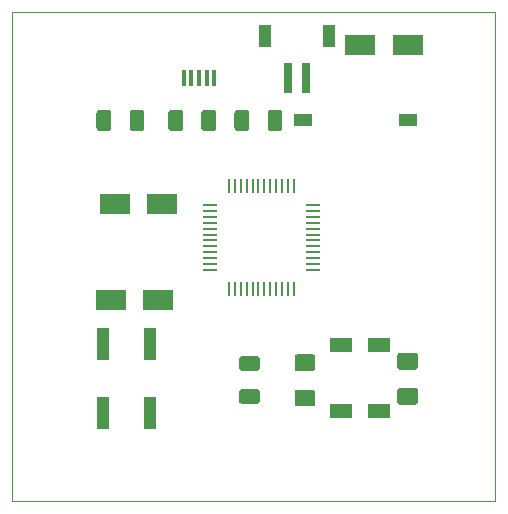
<source format=gbr>
G04 #@! TF.GenerationSoftware,KiCad,Pcbnew,(5.1.4)-1*
G04 #@! TF.CreationDate,2019-10-22T03:03:10-07:00*
G04 #@! TF.ProjectId,SAM_breakout_board,53414d5f-6272-4656-916b-6f75745f626f,rev?*
G04 #@! TF.SameCoordinates,PXd33a380PY5dfc8c0*
G04 #@! TF.FileFunction,Paste,Top*
G04 #@! TF.FilePolarity,Positive*
%FSLAX46Y46*%
G04 Gerber Fmt 4.6, Leading zero omitted, Abs format (unit mm)*
G04 Created by KiCad (PCBNEW (5.1.4)-1) date 2019-10-22 03:03:10*
%MOMM*%
%LPD*%
G04 APERTURE LIST*
%ADD10C,0.050000*%
%ADD11R,1.900000X1.300000*%
%ADD12R,0.250000X1.300000*%
%ADD13R,1.300000X0.250000*%
%ADD14R,1.000000X2.800000*%
%ADD15R,1.500000X1.100000*%
%ADD16C,0.100000*%
%ADD17C,1.250000*%
%ADD18R,0.700000X2.500000*%
%ADD19R,1.100000X1.900000*%
%ADD20R,0.400000X1.350000*%
%ADD21R,2.500000X1.800000*%
%ADD22C,1.425000*%
G04 APERTURE END LIST*
D10*
X-56642000Y-6350000D02*
X-56642000Y35052000D01*
X-15748000Y-6350000D02*
X-56642000Y-6350000D01*
X-15748000Y35052000D02*
X-15748000Y-6350000D01*
X-56642000Y35052000D02*
X-15748000Y35052000D01*
D11*
X-28823520Y6916420D03*
X-28823520Y1316420D03*
X-25623520Y1316420D03*
X-25623520Y6916420D03*
D12*
X-32810000Y11652000D03*
X-33310000Y11652000D03*
X-33810000Y11652000D03*
X-34310000Y11652000D03*
X-34810000Y11652000D03*
X-35310000Y11652000D03*
X-35810000Y11652000D03*
X-36310000Y11652000D03*
X-36810000Y11652000D03*
X-37310000Y11652000D03*
X-37810000Y11652000D03*
X-38310000Y11652000D03*
D13*
X-39910000Y13252000D03*
X-39910000Y13752000D03*
X-39910000Y14252000D03*
X-39910000Y14752000D03*
X-39910000Y15252000D03*
X-39910000Y15752000D03*
X-39910000Y16252000D03*
X-39910000Y16752000D03*
X-39910000Y17252000D03*
X-39910000Y17752000D03*
X-39910000Y18252000D03*
X-39910000Y18752000D03*
D12*
X-38310000Y20352000D03*
X-37810000Y20352000D03*
X-37310000Y20352000D03*
X-36810000Y20352000D03*
X-36310000Y20352000D03*
X-35810000Y20352000D03*
X-35310000Y20352000D03*
X-34810000Y20352000D03*
X-34310000Y20352000D03*
X-33810000Y20352000D03*
X-33310000Y20352000D03*
X-32810000Y20352000D03*
D13*
X-31210000Y18752000D03*
X-31210000Y18252000D03*
X-31210000Y17752000D03*
X-31210000Y17252000D03*
X-31210000Y16752000D03*
X-31210000Y16252000D03*
X-31210000Y15752000D03*
X-31210000Y15252000D03*
X-31210000Y14752000D03*
X-31210000Y14252000D03*
X-31210000Y13752000D03*
X-31210000Y13252000D03*
D14*
X-44990000Y6964000D03*
X-44990000Y1164000D03*
X-48990000Y6964000D03*
X-48990000Y1164000D03*
D15*
X-23114000Y25908000D03*
X-32014000Y25908000D03*
D16*
G36*
X-35926496Y5963796D02*
G01*
X-35902227Y5960196D01*
X-35878429Y5954235D01*
X-35855329Y5945970D01*
X-35833151Y5935480D01*
X-35812107Y5922867D01*
X-35792402Y5908253D01*
X-35774223Y5891777D01*
X-35757747Y5873598D01*
X-35743133Y5853893D01*
X-35730520Y5832849D01*
X-35720030Y5810671D01*
X-35711765Y5787571D01*
X-35705804Y5763773D01*
X-35702204Y5739504D01*
X-35701000Y5715000D01*
X-35701000Y4965000D01*
X-35702204Y4940496D01*
X-35705804Y4916227D01*
X-35711765Y4892429D01*
X-35720030Y4869329D01*
X-35730520Y4847151D01*
X-35743133Y4826107D01*
X-35757747Y4806402D01*
X-35774223Y4788223D01*
X-35792402Y4771747D01*
X-35812107Y4757133D01*
X-35833151Y4744520D01*
X-35855329Y4734030D01*
X-35878429Y4725765D01*
X-35902227Y4719804D01*
X-35926496Y4716204D01*
X-35951000Y4715000D01*
X-37201000Y4715000D01*
X-37225504Y4716204D01*
X-37249773Y4719804D01*
X-37273571Y4725765D01*
X-37296671Y4734030D01*
X-37318849Y4744520D01*
X-37339893Y4757133D01*
X-37359598Y4771747D01*
X-37377777Y4788223D01*
X-37394253Y4806402D01*
X-37408867Y4826107D01*
X-37421480Y4847151D01*
X-37431970Y4869329D01*
X-37440235Y4892429D01*
X-37446196Y4916227D01*
X-37449796Y4940496D01*
X-37451000Y4965000D01*
X-37451000Y5715000D01*
X-37449796Y5739504D01*
X-37446196Y5763773D01*
X-37440235Y5787571D01*
X-37431970Y5810671D01*
X-37421480Y5832849D01*
X-37408867Y5853893D01*
X-37394253Y5873598D01*
X-37377777Y5891777D01*
X-37359598Y5908253D01*
X-37339893Y5922867D01*
X-37318849Y5935480D01*
X-37296671Y5945970D01*
X-37273571Y5954235D01*
X-37249773Y5960196D01*
X-37225504Y5963796D01*
X-37201000Y5965000D01*
X-35951000Y5965000D01*
X-35926496Y5963796D01*
X-35926496Y5963796D01*
G37*
D17*
X-36576000Y5340000D03*
D16*
G36*
X-35926496Y3163796D02*
G01*
X-35902227Y3160196D01*
X-35878429Y3154235D01*
X-35855329Y3145970D01*
X-35833151Y3135480D01*
X-35812107Y3122867D01*
X-35792402Y3108253D01*
X-35774223Y3091777D01*
X-35757747Y3073598D01*
X-35743133Y3053893D01*
X-35730520Y3032849D01*
X-35720030Y3010671D01*
X-35711765Y2987571D01*
X-35705804Y2963773D01*
X-35702204Y2939504D01*
X-35701000Y2915000D01*
X-35701000Y2165000D01*
X-35702204Y2140496D01*
X-35705804Y2116227D01*
X-35711765Y2092429D01*
X-35720030Y2069329D01*
X-35730520Y2047151D01*
X-35743133Y2026107D01*
X-35757747Y2006402D01*
X-35774223Y1988223D01*
X-35792402Y1971747D01*
X-35812107Y1957133D01*
X-35833151Y1944520D01*
X-35855329Y1934030D01*
X-35878429Y1925765D01*
X-35902227Y1919804D01*
X-35926496Y1916204D01*
X-35951000Y1915000D01*
X-37201000Y1915000D01*
X-37225504Y1916204D01*
X-37249773Y1919804D01*
X-37273571Y1925765D01*
X-37296671Y1934030D01*
X-37318849Y1944520D01*
X-37339893Y1957133D01*
X-37359598Y1971747D01*
X-37377777Y1988223D01*
X-37394253Y2006402D01*
X-37408867Y2026107D01*
X-37421480Y2047151D01*
X-37431970Y2069329D01*
X-37440235Y2092429D01*
X-37446196Y2116227D01*
X-37449796Y2140496D01*
X-37451000Y2165000D01*
X-37451000Y2915000D01*
X-37449796Y2939504D01*
X-37446196Y2963773D01*
X-37440235Y2987571D01*
X-37431970Y3010671D01*
X-37421480Y3032849D01*
X-37408867Y3053893D01*
X-37394253Y3073598D01*
X-37377777Y3091777D01*
X-37359598Y3108253D01*
X-37339893Y3122867D01*
X-37318849Y3135480D01*
X-37296671Y3145970D01*
X-37273571Y3154235D01*
X-37249773Y3160196D01*
X-37225504Y3163796D01*
X-37201000Y3165000D01*
X-35951000Y3165000D01*
X-35926496Y3163796D01*
X-35926496Y3163796D01*
G37*
D17*
X-36576000Y2540000D03*
D18*
X-31774000Y29464000D03*
X-33274000Y29464000D03*
D19*
X-29824000Y33064000D03*
X-35224000Y33064000D03*
D20*
X-39538000Y29464000D03*
X-40188000Y29464000D03*
X-42138000Y29464000D03*
X-41488000Y29464000D03*
X-40838000Y29464000D03*
D16*
G36*
X-34014496Y26781796D02*
G01*
X-33990227Y26778196D01*
X-33966429Y26772235D01*
X-33943329Y26763970D01*
X-33921151Y26753480D01*
X-33900107Y26740867D01*
X-33880402Y26726253D01*
X-33862223Y26709777D01*
X-33845747Y26691598D01*
X-33831133Y26671893D01*
X-33818520Y26650849D01*
X-33808030Y26628671D01*
X-33799765Y26605571D01*
X-33793804Y26581773D01*
X-33790204Y26557504D01*
X-33789000Y26533000D01*
X-33789000Y25283000D01*
X-33790204Y25258496D01*
X-33793804Y25234227D01*
X-33799765Y25210429D01*
X-33808030Y25187329D01*
X-33818520Y25165151D01*
X-33831133Y25144107D01*
X-33845747Y25124402D01*
X-33862223Y25106223D01*
X-33880402Y25089747D01*
X-33900107Y25075133D01*
X-33921151Y25062520D01*
X-33943329Y25052030D01*
X-33966429Y25043765D01*
X-33990227Y25037804D01*
X-34014496Y25034204D01*
X-34039000Y25033000D01*
X-34789000Y25033000D01*
X-34813504Y25034204D01*
X-34837773Y25037804D01*
X-34861571Y25043765D01*
X-34884671Y25052030D01*
X-34906849Y25062520D01*
X-34927893Y25075133D01*
X-34947598Y25089747D01*
X-34965777Y25106223D01*
X-34982253Y25124402D01*
X-34996867Y25144107D01*
X-35009480Y25165151D01*
X-35019970Y25187329D01*
X-35028235Y25210429D01*
X-35034196Y25234227D01*
X-35037796Y25258496D01*
X-35039000Y25283000D01*
X-35039000Y26533000D01*
X-35037796Y26557504D01*
X-35034196Y26581773D01*
X-35028235Y26605571D01*
X-35019970Y26628671D01*
X-35009480Y26650849D01*
X-34996867Y26671893D01*
X-34982253Y26691598D01*
X-34965777Y26709777D01*
X-34947598Y26726253D01*
X-34927893Y26740867D01*
X-34906849Y26753480D01*
X-34884671Y26763970D01*
X-34861571Y26772235D01*
X-34837773Y26778196D01*
X-34813504Y26781796D01*
X-34789000Y26783000D01*
X-34039000Y26783000D01*
X-34014496Y26781796D01*
X-34014496Y26781796D01*
G37*
D17*
X-34414000Y25908000D03*
D16*
G36*
X-36814496Y26781796D02*
G01*
X-36790227Y26778196D01*
X-36766429Y26772235D01*
X-36743329Y26763970D01*
X-36721151Y26753480D01*
X-36700107Y26740867D01*
X-36680402Y26726253D01*
X-36662223Y26709777D01*
X-36645747Y26691598D01*
X-36631133Y26671893D01*
X-36618520Y26650849D01*
X-36608030Y26628671D01*
X-36599765Y26605571D01*
X-36593804Y26581773D01*
X-36590204Y26557504D01*
X-36589000Y26533000D01*
X-36589000Y25283000D01*
X-36590204Y25258496D01*
X-36593804Y25234227D01*
X-36599765Y25210429D01*
X-36608030Y25187329D01*
X-36618520Y25165151D01*
X-36631133Y25144107D01*
X-36645747Y25124402D01*
X-36662223Y25106223D01*
X-36680402Y25089747D01*
X-36700107Y25075133D01*
X-36721151Y25062520D01*
X-36743329Y25052030D01*
X-36766429Y25043765D01*
X-36790227Y25037804D01*
X-36814496Y25034204D01*
X-36839000Y25033000D01*
X-37589000Y25033000D01*
X-37613504Y25034204D01*
X-37637773Y25037804D01*
X-37661571Y25043765D01*
X-37684671Y25052030D01*
X-37706849Y25062520D01*
X-37727893Y25075133D01*
X-37747598Y25089747D01*
X-37765777Y25106223D01*
X-37782253Y25124402D01*
X-37796867Y25144107D01*
X-37809480Y25165151D01*
X-37819970Y25187329D01*
X-37828235Y25210429D01*
X-37834196Y25234227D01*
X-37837796Y25258496D01*
X-37839000Y25283000D01*
X-37839000Y26533000D01*
X-37837796Y26557504D01*
X-37834196Y26581773D01*
X-37828235Y26605571D01*
X-37819970Y26628671D01*
X-37809480Y26650849D01*
X-37796867Y26671893D01*
X-37782253Y26691598D01*
X-37765777Y26709777D01*
X-37747598Y26726253D01*
X-37727893Y26740867D01*
X-37706849Y26753480D01*
X-37684671Y26763970D01*
X-37661571Y26772235D01*
X-37637773Y26778196D01*
X-37613504Y26781796D01*
X-37589000Y26783000D01*
X-36839000Y26783000D01*
X-36814496Y26781796D01*
X-36814496Y26781796D01*
G37*
D17*
X-37214000Y25908000D03*
D16*
G36*
X-45698496Y26781796D02*
G01*
X-45674227Y26778196D01*
X-45650429Y26772235D01*
X-45627329Y26763970D01*
X-45605151Y26753480D01*
X-45584107Y26740867D01*
X-45564402Y26726253D01*
X-45546223Y26709777D01*
X-45529747Y26691598D01*
X-45515133Y26671893D01*
X-45502520Y26650849D01*
X-45492030Y26628671D01*
X-45483765Y26605571D01*
X-45477804Y26581773D01*
X-45474204Y26557504D01*
X-45473000Y26533000D01*
X-45473000Y25283000D01*
X-45474204Y25258496D01*
X-45477804Y25234227D01*
X-45483765Y25210429D01*
X-45492030Y25187329D01*
X-45502520Y25165151D01*
X-45515133Y25144107D01*
X-45529747Y25124402D01*
X-45546223Y25106223D01*
X-45564402Y25089747D01*
X-45584107Y25075133D01*
X-45605151Y25062520D01*
X-45627329Y25052030D01*
X-45650429Y25043765D01*
X-45674227Y25037804D01*
X-45698496Y25034204D01*
X-45723000Y25033000D01*
X-46473000Y25033000D01*
X-46497504Y25034204D01*
X-46521773Y25037804D01*
X-46545571Y25043765D01*
X-46568671Y25052030D01*
X-46590849Y25062520D01*
X-46611893Y25075133D01*
X-46631598Y25089747D01*
X-46649777Y25106223D01*
X-46666253Y25124402D01*
X-46680867Y25144107D01*
X-46693480Y25165151D01*
X-46703970Y25187329D01*
X-46712235Y25210429D01*
X-46718196Y25234227D01*
X-46721796Y25258496D01*
X-46723000Y25283000D01*
X-46723000Y26533000D01*
X-46721796Y26557504D01*
X-46718196Y26581773D01*
X-46712235Y26605571D01*
X-46703970Y26628671D01*
X-46693480Y26650849D01*
X-46680867Y26671893D01*
X-46666253Y26691598D01*
X-46649777Y26709777D01*
X-46631598Y26726253D01*
X-46611893Y26740867D01*
X-46590849Y26753480D01*
X-46568671Y26763970D01*
X-46545571Y26772235D01*
X-46521773Y26778196D01*
X-46497504Y26781796D01*
X-46473000Y26783000D01*
X-45723000Y26783000D01*
X-45698496Y26781796D01*
X-45698496Y26781796D01*
G37*
D17*
X-46098000Y25908000D03*
D16*
G36*
X-48498496Y26781796D02*
G01*
X-48474227Y26778196D01*
X-48450429Y26772235D01*
X-48427329Y26763970D01*
X-48405151Y26753480D01*
X-48384107Y26740867D01*
X-48364402Y26726253D01*
X-48346223Y26709777D01*
X-48329747Y26691598D01*
X-48315133Y26671893D01*
X-48302520Y26650849D01*
X-48292030Y26628671D01*
X-48283765Y26605571D01*
X-48277804Y26581773D01*
X-48274204Y26557504D01*
X-48273000Y26533000D01*
X-48273000Y25283000D01*
X-48274204Y25258496D01*
X-48277804Y25234227D01*
X-48283765Y25210429D01*
X-48292030Y25187329D01*
X-48302520Y25165151D01*
X-48315133Y25144107D01*
X-48329747Y25124402D01*
X-48346223Y25106223D01*
X-48364402Y25089747D01*
X-48384107Y25075133D01*
X-48405151Y25062520D01*
X-48427329Y25052030D01*
X-48450429Y25043765D01*
X-48474227Y25037804D01*
X-48498496Y25034204D01*
X-48523000Y25033000D01*
X-49273000Y25033000D01*
X-49297504Y25034204D01*
X-49321773Y25037804D01*
X-49345571Y25043765D01*
X-49368671Y25052030D01*
X-49390849Y25062520D01*
X-49411893Y25075133D01*
X-49431598Y25089747D01*
X-49449777Y25106223D01*
X-49466253Y25124402D01*
X-49480867Y25144107D01*
X-49493480Y25165151D01*
X-49503970Y25187329D01*
X-49512235Y25210429D01*
X-49518196Y25234227D01*
X-49521796Y25258496D01*
X-49523000Y25283000D01*
X-49523000Y26533000D01*
X-49521796Y26557504D01*
X-49518196Y26581773D01*
X-49512235Y26605571D01*
X-49503970Y26628671D01*
X-49493480Y26650849D01*
X-49480867Y26671893D01*
X-49466253Y26691598D01*
X-49449777Y26709777D01*
X-49431598Y26726253D01*
X-49411893Y26740867D01*
X-49390849Y26753480D01*
X-49368671Y26763970D01*
X-49345571Y26772235D01*
X-49321773Y26778196D01*
X-49297504Y26781796D01*
X-49273000Y26783000D01*
X-48523000Y26783000D01*
X-48498496Y26781796D01*
X-48498496Y26781796D01*
G37*
D17*
X-48898000Y25908000D03*
D16*
G36*
X-39614896Y26781796D02*
G01*
X-39590627Y26778196D01*
X-39566829Y26772235D01*
X-39543729Y26763970D01*
X-39521551Y26753480D01*
X-39500507Y26740867D01*
X-39480802Y26726253D01*
X-39462623Y26709777D01*
X-39446147Y26691598D01*
X-39431533Y26671893D01*
X-39418920Y26650849D01*
X-39408430Y26628671D01*
X-39400165Y26605571D01*
X-39394204Y26581773D01*
X-39390604Y26557504D01*
X-39389400Y26533000D01*
X-39389400Y25283000D01*
X-39390604Y25258496D01*
X-39394204Y25234227D01*
X-39400165Y25210429D01*
X-39408430Y25187329D01*
X-39418920Y25165151D01*
X-39431533Y25144107D01*
X-39446147Y25124402D01*
X-39462623Y25106223D01*
X-39480802Y25089747D01*
X-39500507Y25075133D01*
X-39521551Y25062520D01*
X-39543729Y25052030D01*
X-39566829Y25043765D01*
X-39590627Y25037804D01*
X-39614896Y25034204D01*
X-39639400Y25033000D01*
X-40389400Y25033000D01*
X-40413904Y25034204D01*
X-40438173Y25037804D01*
X-40461971Y25043765D01*
X-40485071Y25052030D01*
X-40507249Y25062520D01*
X-40528293Y25075133D01*
X-40547998Y25089747D01*
X-40566177Y25106223D01*
X-40582653Y25124402D01*
X-40597267Y25144107D01*
X-40609880Y25165151D01*
X-40620370Y25187329D01*
X-40628635Y25210429D01*
X-40634596Y25234227D01*
X-40638196Y25258496D01*
X-40639400Y25283000D01*
X-40639400Y26533000D01*
X-40638196Y26557504D01*
X-40634596Y26581773D01*
X-40628635Y26605571D01*
X-40620370Y26628671D01*
X-40609880Y26650849D01*
X-40597267Y26671893D01*
X-40582653Y26691598D01*
X-40566177Y26709777D01*
X-40547998Y26726253D01*
X-40528293Y26740867D01*
X-40507249Y26753480D01*
X-40485071Y26763970D01*
X-40461971Y26772235D01*
X-40438173Y26778196D01*
X-40413904Y26781796D01*
X-40389400Y26783000D01*
X-39639400Y26783000D01*
X-39614896Y26781796D01*
X-39614896Y26781796D01*
G37*
D17*
X-40014400Y25908000D03*
D16*
G36*
X-42414896Y26781796D02*
G01*
X-42390627Y26778196D01*
X-42366829Y26772235D01*
X-42343729Y26763970D01*
X-42321551Y26753480D01*
X-42300507Y26740867D01*
X-42280802Y26726253D01*
X-42262623Y26709777D01*
X-42246147Y26691598D01*
X-42231533Y26671893D01*
X-42218920Y26650849D01*
X-42208430Y26628671D01*
X-42200165Y26605571D01*
X-42194204Y26581773D01*
X-42190604Y26557504D01*
X-42189400Y26533000D01*
X-42189400Y25283000D01*
X-42190604Y25258496D01*
X-42194204Y25234227D01*
X-42200165Y25210429D01*
X-42208430Y25187329D01*
X-42218920Y25165151D01*
X-42231533Y25144107D01*
X-42246147Y25124402D01*
X-42262623Y25106223D01*
X-42280802Y25089747D01*
X-42300507Y25075133D01*
X-42321551Y25062520D01*
X-42343729Y25052030D01*
X-42366829Y25043765D01*
X-42390627Y25037804D01*
X-42414896Y25034204D01*
X-42439400Y25033000D01*
X-43189400Y25033000D01*
X-43213904Y25034204D01*
X-43238173Y25037804D01*
X-43261971Y25043765D01*
X-43285071Y25052030D01*
X-43307249Y25062520D01*
X-43328293Y25075133D01*
X-43347998Y25089747D01*
X-43366177Y25106223D01*
X-43382653Y25124402D01*
X-43397267Y25144107D01*
X-43409880Y25165151D01*
X-43420370Y25187329D01*
X-43428635Y25210429D01*
X-43434596Y25234227D01*
X-43438196Y25258496D01*
X-43439400Y25283000D01*
X-43439400Y26533000D01*
X-43438196Y26557504D01*
X-43434596Y26581773D01*
X-43428635Y26605571D01*
X-43420370Y26628671D01*
X-43409880Y26650849D01*
X-43397267Y26671893D01*
X-43382653Y26691598D01*
X-43366177Y26709777D01*
X-43347998Y26726253D01*
X-43328293Y26740867D01*
X-43307249Y26753480D01*
X-43285071Y26763970D01*
X-43261971Y26772235D01*
X-43238173Y26778196D01*
X-43213904Y26781796D01*
X-43189400Y26783000D01*
X-42439400Y26783000D01*
X-42414896Y26781796D01*
X-42414896Y26781796D01*
G37*
D17*
X-42814400Y25908000D03*
D21*
X-27178000Y32258000D03*
X-23178000Y32258000D03*
X-44323000Y10668000D03*
X-48323000Y10668000D03*
X-43942000Y18796000D03*
X-47942000Y18796000D03*
D16*
G36*
X-31227496Y6099296D02*
G01*
X-31203227Y6095696D01*
X-31179429Y6089735D01*
X-31156329Y6081470D01*
X-31134151Y6070980D01*
X-31113107Y6058367D01*
X-31093402Y6043753D01*
X-31075223Y6027277D01*
X-31058747Y6009098D01*
X-31044133Y5989393D01*
X-31031520Y5968349D01*
X-31021030Y5946171D01*
X-31012765Y5923071D01*
X-31006804Y5899273D01*
X-31003204Y5875004D01*
X-31002000Y5850500D01*
X-31002000Y4925500D01*
X-31003204Y4900996D01*
X-31006804Y4876727D01*
X-31012765Y4852929D01*
X-31021030Y4829829D01*
X-31031520Y4807651D01*
X-31044133Y4786607D01*
X-31058747Y4766902D01*
X-31075223Y4748723D01*
X-31093402Y4732247D01*
X-31113107Y4717633D01*
X-31134151Y4705020D01*
X-31156329Y4694530D01*
X-31179429Y4686265D01*
X-31203227Y4680304D01*
X-31227496Y4676704D01*
X-31252000Y4675500D01*
X-32502000Y4675500D01*
X-32526504Y4676704D01*
X-32550773Y4680304D01*
X-32574571Y4686265D01*
X-32597671Y4694530D01*
X-32619849Y4705020D01*
X-32640893Y4717633D01*
X-32660598Y4732247D01*
X-32678777Y4748723D01*
X-32695253Y4766902D01*
X-32709867Y4786607D01*
X-32722480Y4807651D01*
X-32732970Y4829829D01*
X-32741235Y4852929D01*
X-32747196Y4876727D01*
X-32750796Y4900996D01*
X-32752000Y4925500D01*
X-32752000Y5850500D01*
X-32750796Y5875004D01*
X-32747196Y5899273D01*
X-32741235Y5923071D01*
X-32732970Y5946171D01*
X-32722480Y5968349D01*
X-32709867Y5989393D01*
X-32695253Y6009098D01*
X-32678777Y6027277D01*
X-32660598Y6043753D01*
X-32640893Y6058367D01*
X-32619849Y6070980D01*
X-32597671Y6081470D01*
X-32574571Y6089735D01*
X-32550773Y6095696D01*
X-32526504Y6099296D01*
X-32502000Y6100500D01*
X-31252000Y6100500D01*
X-31227496Y6099296D01*
X-31227496Y6099296D01*
G37*
D22*
X-31877000Y5388000D03*
D16*
G36*
X-31227496Y3124296D02*
G01*
X-31203227Y3120696D01*
X-31179429Y3114735D01*
X-31156329Y3106470D01*
X-31134151Y3095980D01*
X-31113107Y3083367D01*
X-31093402Y3068753D01*
X-31075223Y3052277D01*
X-31058747Y3034098D01*
X-31044133Y3014393D01*
X-31031520Y2993349D01*
X-31021030Y2971171D01*
X-31012765Y2948071D01*
X-31006804Y2924273D01*
X-31003204Y2900004D01*
X-31002000Y2875500D01*
X-31002000Y1950500D01*
X-31003204Y1925996D01*
X-31006804Y1901727D01*
X-31012765Y1877929D01*
X-31021030Y1854829D01*
X-31031520Y1832651D01*
X-31044133Y1811607D01*
X-31058747Y1791902D01*
X-31075223Y1773723D01*
X-31093402Y1757247D01*
X-31113107Y1742633D01*
X-31134151Y1730020D01*
X-31156329Y1719530D01*
X-31179429Y1711265D01*
X-31203227Y1705304D01*
X-31227496Y1701704D01*
X-31252000Y1700500D01*
X-32502000Y1700500D01*
X-32526504Y1701704D01*
X-32550773Y1705304D01*
X-32574571Y1711265D01*
X-32597671Y1719530D01*
X-32619849Y1730020D01*
X-32640893Y1742633D01*
X-32660598Y1757247D01*
X-32678777Y1773723D01*
X-32695253Y1791902D01*
X-32709867Y1811607D01*
X-32722480Y1832651D01*
X-32732970Y1854829D01*
X-32741235Y1877929D01*
X-32747196Y1901727D01*
X-32750796Y1925996D01*
X-32752000Y1950500D01*
X-32752000Y2875500D01*
X-32750796Y2900004D01*
X-32747196Y2924273D01*
X-32741235Y2948071D01*
X-32732970Y2971171D01*
X-32722480Y2993349D01*
X-32709867Y3014393D01*
X-32695253Y3034098D01*
X-32678777Y3052277D01*
X-32660598Y3068753D01*
X-32640893Y3083367D01*
X-32619849Y3095980D01*
X-32597671Y3106470D01*
X-32574571Y3114735D01*
X-32550773Y3120696D01*
X-32526504Y3124296D01*
X-32502000Y3125500D01*
X-31252000Y3125500D01*
X-31227496Y3124296D01*
X-31227496Y3124296D01*
G37*
D22*
X-31877000Y2413000D03*
D16*
G36*
X-22533076Y3263336D02*
G01*
X-22508807Y3259736D01*
X-22485009Y3253775D01*
X-22461909Y3245510D01*
X-22439731Y3235020D01*
X-22418687Y3222407D01*
X-22398982Y3207793D01*
X-22380803Y3191317D01*
X-22364327Y3173138D01*
X-22349713Y3153433D01*
X-22337100Y3132389D01*
X-22326610Y3110211D01*
X-22318345Y3087111D01*
X-22312384Y3063313D01*
X-22308784Y3039044D01*
X-22307580Y3014540D01*
X-22307580Y2089540D01*
X-22308784Y2065036D01*
X-22312384Y2040767D01*
X-22318345Y2016969D01*
X-22326610Y1993869D01*
X-22337100Y1971691D01*
X-22349713Y1950647D01*
X-22364327Y1930942D01*
X-22380803Y1912763D01*
X-22398982Y1896287D01*
X-22418687Y1881673D01*
X-22439731Y1869060D01*
X-22461909Y1858570D01*
X-22485009Y1850305D01*
X-22508807Y1844344D01*
X-22533076Y1840744D01*
X-22557580Y1839540D01*
X-23807580Y1839540D01*
X-23832084Y1840744D01*
X-23856353Y1844344D01*
X-23880151Y1850305D01*
X-23903251Y1858570D01*
X-23925429Y1869060D01*
X-23946473Y1881673D01*
X-23966178Y1896287D01*
X-23984357Y1912763D01*
X-24000833Y1930942D01*
X-24015447Y1950647D01*
X-24028060Y1971691D01*
X-24038550Y1993869D01*
X-24046815Y2016969D01*
X-24052776Y2040767D01*
X-24056376Y2065036D01*
X-24057580Y2089540D01*
X-24057580Y3014540D01*
X-24056376Y3039044D01*
X-24052776Y3063313D01*
X-24046815Y3087111D01*
X-24038550Y3110211D01*
X-24028060Y3132389D01*
X-24015447Y3153433D01*
X-24000833Y3173138D01*
X-23984357Y3191317D01*
X-23966178Y3207793D01*
X-23946473Y3222407D01*
X-23925429Y3235020D01*
X-23903251Y3245510D01*
X-23880151Y3253775D01*
X-23856353Y3259736D01*
X-23832084Y3263336D01*
X-23807580Y3264540D01*
X-22557580Y3264540D01*
X-22533076Y3263336D01*
X-22533076Y3263336D01*
G37*
D22*
X-23182580Y2552040D03*
D16*
G36*
X-22533076Y6238336D02*
G01*
X-22508807Y6234736D01*
X-22485009Y6228775D01*
X-22461909Y6220510D01*
X-22439731Y6210020D01*
X-22418687Y6197407D01*
X-22398982Y6182793D01*
X-22380803Y6166317D01*
X-22364327Y6148138D01*
X-22349713Y6128433D01*
X-22337100Y6107389D01*
X-22326610Y6085211D01*
X-22318345Y6062111D01*
X-22312384Y6038313D01*
X-22308784Y6014044D01*
X-22307580Y5989540D01*
X-22307580Y5064540D01*
X-22308784Y5040036D01*
X-22312384Y5015767D01*
X-22318345Y4991969D01*
X-22326610Y4968869D01*
X-22337100Y4946691D01*
X-22349713Y4925647D01*
X-22364327Y4905942D01*
X-22380803Y4887763D01*
X-22398982Y4871287D01*
X-22418687Y4856673D01*
X-22439731Y4844060D01*
X-22461909Y4833570D01*
X-22485009Y4825305D01*
X-22508807Y4819344D01*
X-22533076Y4815744D01*
X-22557580Y4814540D01*
X-23807580Y4814540D01*
X-23832084Y4815744D01*
X-23856353Y4819344D01*
X-23880151Y4825305D01*
X-23903251Y4833570D01*
X-23925429Y4844060D01*
X-23946473Y4856673D01*
X-23966178Y4871287D01*
X-23984357Y4887763D01*
X-24000833Y4905942D01*
X-24015447Y4925647D01*
X-24028060Y4946691D01*
X-24038550Y4968869D01*
X-24046815Y4991969D01*
X-24052776Y5015767D01*
X-24056376Y5040036D01*
X-24057580Y5064540D01*
X-24057580Y5989540D01*
X-24056376Y6014044D01*
X-24052776Y6038313D01*
X-24046815Y6062111D01*
X-24038550Y6085211D01*
X-24028060Y6107389D01*
X-24015447Y6128433D01*
X-24000833Y6148138D01*
X-23984357Y6166317D01*
X-23966178Y6182793D01*
X-23946473Y6197407D01*
X-23925429Y6210020D01*
X-23903251Y6220510D01*
X-23880151Y6228775D01*
X-23856353Y6234736D01*
X-23832084Y6238336D01*
X-23807580Y6239540D01*
X-22557580Y6239540D01*
X-22533076Y6238336D01*
X-22533076Y6238336D01*
G37*
D22*
X-23182580Y5527040D03*
M02*

</source>
